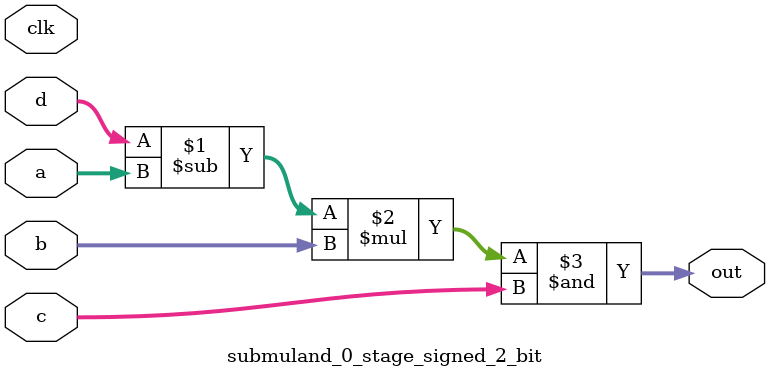
<source format=sv>
(* use_dsp = "yes" *) module submuland_0_stage_signed_2_bit(
	input signed [1:0] a,
	input signed [1:0] b,
	input signed [1:0] c,
	input signed [1:0] d,
	output [1:0] out,
	input clk);

	assign out = ((d - a) * b) & c;
endmodule

</source>
